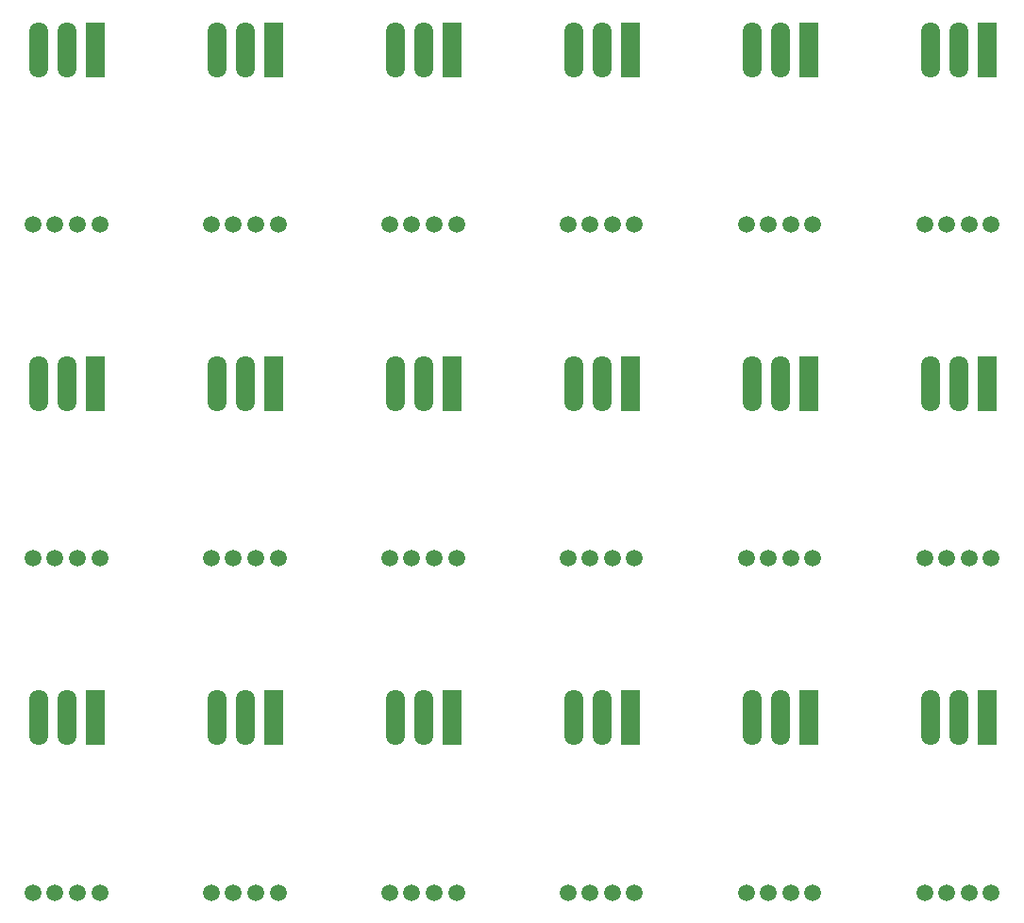
<source format=gbr>
G04 #@! TF.GenerationSoftware,KiCad,Pcbnew,5.1.9-73d0e3b20d~88~ubuntu20.04.1*
G04 #@! TF.CreationDate,2021-02-02T19:01:36+09:00*
G04 #@! TF.ProjectId,NeoPixel-Grove,4e656f50-6978-4656-9c2d-47726f76652e,rev?*
G04 #@! TF.SameCoordinates,Original*
G04 #@! TF.FileFunction,Copper,L2,Bot*
G04 #@! TF.FilePolarity,Positive*
%FSLAX46Y46*%
G04 Gerber Fmt 4.6, Leading zero omitted, Abs format (unit mm)*
G04 Created by KiCad (PCBNEW 5.1.9-73d0e3b20d~88~ubuntu20.04.1) date 2021-02-02 19:01:36*
%MOMM*%
%LPD*%
G01*
G04 APERTURE LIST*
G04 #@! TA.AperFunction,ComponentPad*
%ADD10C,1.500000*%
G04 #@! TD*
G04 #@! TA.AperFunction,ComponentPad*
%ADD11R,1.700000X5.000000*%
G04 #@! TD*
G04 #@! TA.AperFunction,ComponentPad*
%ADD12O,1.700000X5.000000*%
G04 #@! TD*
G04 #@! TA.AperFunction,Conductor*
%ADD13C,0.381000*%
G04 #@! TD*
G04 APERTURE END LIST*
D10*
X273000000Y-78000000D03*
X275000000Y-78000000D03*
X277000000Y-78000000D03*
X279000000Y-78000000D03*
X263000000Y-78000000D03*
X261000000Y-78000000D03*
X259000000Y-78000000D03*
X257000000Y-78000000D03*
D11*
X246640160Y-62308680D03*
D12*
X244100160Y-62308680D03*
X241560160Y-62308680D03*
X257560160Y-62308680D03*
X260100160Y-62308680D03*
D11*
X262640160Y-62308680D03*
D10*
X231000000Y-78000000D03*
X229000000Y-78000000D03*
X227000000Y-78000000D03*
X225000000Y-78000000D03*
X209000000Y-78000000D03*
X211000000Y-78000000D03*
X213000000Y-78000000D03*
X215000000Y-78000000D03*
D12*
X225560160Y-62308680D03*
X228100160Y-62308680D03*
D11*
X230640160Y-62308680D03*
X214640160Y-62308680D03*
D12*
X212100160Y-62308680D03*
X209560160Y-62308680D03*
D11*
X278640160Y-62308680D03*
D12*
X276100160Y-62308680D03*
X273560160Y-62308680D03*
D10*
X241000000Y-78000000D03*
X243000000Y-78000000D03*
X245000000Y-78000000D03*
X247000000Y-78000000D03*
X295000000Y-78000000D03*
X293000000Y-78000000D03*
X291000000Y-78000000D03*
X289000000Y-78000000D03*
D12*
X289560160Y-62308680D03*
X292100160Y-62308680D03*
D11*
X294640160Y-62308680D03*
D12*
X273560160Y-122308680D03*
X276100160Y-122308680D03*
D11*
X278640160Y-122308680D03*
D10*
X247000000Y-138000000D03*
X245000000Y-138000000D03*
X243000000Y-138000000D03*
X241000000Y-138000000D03*
X289000000Y-138000000D03*
X291000000Y-138000000D03*
X293000000Y-138000000D03*
X295000000Y-138000000D03*
D11*
X294640160Y-122308680D03*
D12*
X292100160Y-122308680D03*
X289560160Y-122308680D03*
D10*
X279000000Y-138000000D03*
X277000000Y-138000000D03*
X275000000Y-138000000D03*
X273000000Y-138000000D03*
X257000000Y-138000000D03*
X259000000Y-138000000D03*
X261000000Y-138000000D03*
X263000000Y-138000000D03*
D12*
X241560160Y-122308680D03*
X244100160Y-122308680D03*
D11*
X246640160Y-122308680D03*
X262640160Y-122308680D03*
D12*
X260100160Y-122308680D03*
X257560160Y-122308680D03*
D10*
X225000000Y-138000000D03*
X227000000Y-138000000D03*
X229000000Y-138000000D03*
X231000000Y-138000000D03*
X215000000Y-138000000D03*
X213000000Y-138000000D03*
X211000000Y-138000000D03*
X209000000Y-138000000D03*
D11*
X230640160Y-122308680D03*
D12*
X228100160Y-122308680D03*
X225560160Y-122308680D03*
X209560160Y-122308680D03*
X212100160Y-122308680D03*
D11*
X214640160Y-122308680D03*
D10*
X295000000Y-108000000D03*
X293000000Y-108000000D03*
X291000000Y-108000000D03*
X289000000Y-108000000D03*
D12*
X289560160Y-92308680D03*
X292100160Y-92308680D03*
D11*
X294640160Y-92308680D03*
D10*
X273000000Y-108000000D03*
X275000000Y-108000000D03*
X277000000Y-108000000D03*
X279000000Y-108000000D03*
X263000000Y-108000000D03*
X261000000Y-108000000D03*
X259000000Y-108000000D03*
X257000000Y-108000000D03*
D11*
X278640160Y-92308680D03*
D12*
X276100160Y-92308680D03*
X273560160Y-92308680D03*
X257560160Y-92308680D03*
X260100160Y-92308680D03*
D11*
X262640160Y-92308680D03*
D10*
X241000000Y-108000000D03*
X243000000Y-108000000D03*
X245000000Y-108000000D03*
X247000000Y-108000000D03*
D11*
X246640160Y-92308680D03*
D12*
X244100160Y-92308680D03*
X241560160Y-92308680D03*
D10*
X231000000Y-108000000D03*
X229000000Y-108000000D03*
X227000000Y-108000000D03*
X225000000Y-108000000D03*
D12*
X225560160Y-92308680D03*
X228100160Y-92308680D03*
D11*
X230640160Y-92308680D03*
X214640160Y-92308680D03*
D12*
X212100160Y-92308680D03*
X209560160Y-92308680D03*
D10*
X209000000Y-108000000D03*
X211000000Y-108000000D03*
X213000000Y-108000000D03*
X215000000Y-108000000D03*
D13*
X212090000Y-93503635D02*
X212090000Y-92710000D01*
X228090000Y-93503635D02*
X228090000Y-92710000D01*
X244090000Y-93503635D02*
X244090000Y-92710000D01*
X276090000Y-93503635D02*
X276090000Y-92710000D01*
X292090000Y-93503635D02*
X292090000Y-92710000D01*
X260090000Y-93503635D02*
X260090000Y-92710000D01*
X228090000Y-123503635D02*
X228090000Y-122710000D01*
X292090000Y-123503635D02*
X292090000Y-122710000D01*
X260090000Y-123503635D02*
X260090000Y-122710000D01*
X244090000Y-123503635D02*
X244090000Y-122710000D01*
X276090000Y-123503635D02*
X276090000Y-122710000D01*
X212090000Y-123503635D02*
X212090000Y-122710000D01*
X292090000Y-63503635D02*
X292090000Y-62710000D01*
X260090000Y-63503635D02*
X260090000Y-62710000D01*
X244090000Y-63503635D02*
X244090000Y-62710000D01*
X276090000Y-63503635D02*
X276090000Y-62710000D01*
X212090000Y-63503635D02*
X212090000Y-62710000D01*
X228090000Y-63503635D02*
X228090000Y-62710000D01*
X214630000Y-91916365D02*
X214630000Y-92710000D01*
X230630000Y-91916365D02*
X230630000Y-92710000D01*
X246630000Y-91916365D02*
X246630000Y-92710000D01*
X294630000Y-91916365D02*
X294630000Y-92710000D01*
X262630000Y-91916365D02*
X262630000Y-92710000D01*
X278630000Y-91916365D02*
X278630000Y-92710000D01*
X246630000Y-121916365D02*
X246630000Y-122710000D01*
X294630000Y-121916365D02*
X294630000Y-122710000D01*
X214630000Y-121916365D02*
X214630000Y-122710000D01*
X262630000Y-121916365D02*
X262630000Y-122710000D01*
X278630000Y-121916365D02*
X278630000Y-122710000D01*
X230630000Y-121916365D02*
X230630000Y-122710000D01*
X278630000Y-61916365D02*
X278630000Y-62710000D01*
X230630000Y-61916365D02*
X230630000Y-62710000D01*
X246630000Y-61916365D02*
X246630000Y-62710000D01*
X294630000Y-61916365D02*
X294630000Y-62710000D01*
X214630000Y-61916365D02*
X214630000Y-62710000D01*
X262630000Y-61916365D02*
X262630000Y-62710000D01*
M02*

</source>
